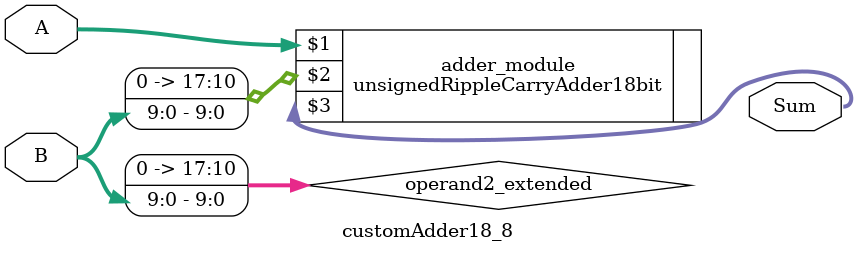
<source format=v>

module customAdder18_8(
                    input [17 : 0] A,
                    input [9 : 0] B,
                    
                    output [18 : 0] Sum
            );

    wire [17 : 0] operand2_extended;
    
    assign operand2_extended =  {8'b0, B};
    
    unsignedRippleCarryAdder18bit adder_module(
        A,
        operand2_extended,
        Sum
    );
    
endmodule
        
</source>
